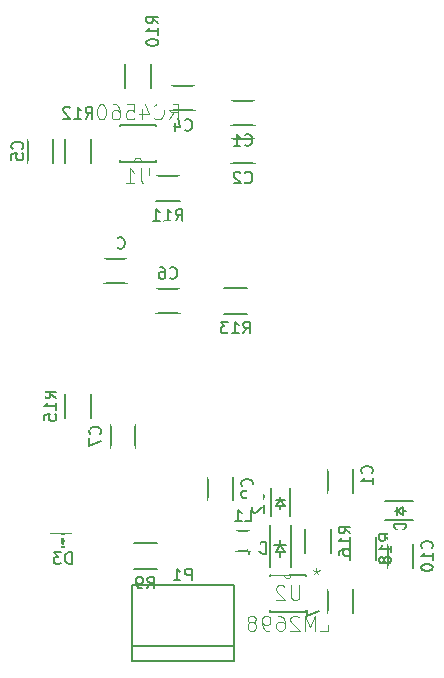
<source format=gbr>
G04 #@! TF.FileFunction,Legend,Bot*
%FSLAX46Y46*%
G04 Gerber Fmt 4.6, Leading zero omitted, Abs format (unit mm)*
G04 Created by KiCad (PCBNEW 4.0.1-stable) date Tuesday, February 09, 2016 'PMt' 03:50:34 PM*
%MOMM*%
G01*
G04 APERTURE LIST*
%ADD10C,0.100000*%
%ADD11C,0.150000*%
%ADD12C,0.152400*%
%ADD13C,0.076200*%
%ADD14R,1.600000X2.600000*%
%ADD15R,1.400000X2.000000*%
%ADD16R,2.000000X1.400000*%
%ADD17R,0.990000X0.850000*%
%ADD18R,0.850000X0.990000*%
%ADD19R,1.197560X1.197560*%
%ADD20R,1.620000X1.310000*%
%ADD21R,1.100000X1.700000*%
%ADD22R,0.800000X1.750000*%
%ADD23O,1.650000X1.350000*%
%ADD24O,1.400000X1.950000*%
%ADD25R,1.300000X2.100000*%
%ADD26R,2.100000X1.300000*%
%ADD27C,1.900000*%
%ADD28C,1.700000*%
%ADD29R,1.400000X1.900000*%
%ADD30R,1.900000X1.400000*%
%ADD31R,1.771600X0.857200*%
G04 APERTURE END LIST*
D10*
D11*
X71485000Y-74050000D02*
X69485000Y-74050000D01*
X69485000Y-72000000D02*
X71485000Y-72000000D01*
X71485000Y-77225000D02*
X69485000Y-77225000D01*
X69485000Y-75175000D02*
X71485000Y-75175000D01*
X58690000Y-85335000D02*
X60690000Y-85335000D01*
X60690000Y-87385000D02*
X58690000Y-87385000D01*
X66405000Y-72780000D02*
X64405000Y-72780000D01*
X64405000Y-70730000D02*
X66405000Y-70730000D01*
X54365000Y-75200000D02*
X54365000Y-77200000D01*
X52315000Y-77200000D02*
X52315000Y-75200000D01*
X63135000Y-87875000D02*
X65135000Y-87875000D01*
X65135000Y-89925000D02*
X63135000Y-89925000D01*
X59300000Y-101330000D02*
X59300000Y-99330000D01*
X61350000Y-99330000D02*
X61350000Y-101330000D01*
X69605000Y-103775000D02*
X69605000Y-105775000D01*
X67555000Y-105775000D02*
X67555000Y-103775000D01*
X84845000Y-109490000D02*
X84845000Y-111490000D01*
X82795000Y-111490000D02*
X82795000Y-109490000D01*
X79765000Y-103140000D02*
X79765000Y-105140000D01*
X77715000Y-105140000D02*
X77715000Y-103140000D01*
X84070000Y-106680000D02*
X84320000Y-106680000D01*
X83570000Y-106680000D02*
X83320000Y-106680000D01*
X83570000Y-106680000D02*
X84070000Y-107030000D01*
X84070000Y-107030000D02*
X84070000Y-106330000D01*
X84070000Y-106330000D02*
X83570000Y-106680000D01*
X83570000Y-107030000D02*
X83570000Y-106330000D01*
X82520000Y-105880000D02*
X84920000Y-105880000D01*
X82520000Y-107480000D02*
X84920000Y-107480000D01*
X73660000Y-106295000D02*
X73660000Y-106545000D01*
X73660000Y-105795000D02*
X73660000Y-105545000D01*
X73660000Y-105795000D02*
X73310000Y-106295000D01*
X73310000Y-106295000D02*
X74010000Y-106295000D01*
X74010000Y-106295000D02*
X73660000Y-105795000D01*
X73310000Y-105795000D02*
X74010000Y-105795000D01*
X74460000Y-104745000D02*
X74460000Y-107145000D01*
X72860000Y-104745000D02*
X72860000Y-107145000D01*
X54145000Y-108670000D02*
X56045000Y-108670000D01*
X54145000Y-109770000D02*
X56045000Y-109770000D01*
X55045000Y-109220000D02*
X55495000Y-109220000D01*
X54995000Y-109470000D02*
X54995000Y-108970000D01*
X54995000Y-109220000D02*
X55245000Y-109470000D01*
X55245000Y-109470000D02*
X55245000Y-108970000D01*
X55245000Y-108970000D02*
X54995000Y-109220000D01*
X73660000Y-110172500D02*
X73660000Y-110553500D01*
X73660000Y-109156500D02*
X73660000Y-109537500D01*
X73660000Y-109537500D02*
X73279000Y-110172500D01*
X73279000Y-110172500D02*
X74041000Y-110172500D01*
X74041000Y-110172500D02*
X73660000Y-109537500D01*
X73152000Y-109537500D02*
X74168000Y-109537500D01*
X74560000Y-107855000D02*
X74560000Y-111395000D01*
X72760000Y-107855000D02*
X72760000Y-111395000D01*
X69885000Y-110095000D02*
X71085000Y-110095000D01*
X71085000Y-108345000D02*
X69885000Y-108345000D01*
X69755900Y-119387460D02*
X61055900Y-119387460D01*
X69755900Y-112982460D02*
X61055900Y-112982460D01*
X61055900Y-112982460D02*
X61055900Y-119387460D01*
X61055900Y-118157460D02*
X69755900Y-118157460D01*
X69755900Y-119387460D02*
X69755900Y-112982460D01*
X63230000Y-109415000D02*
X61230000Y-109415000D01*
X61230000Y-111565000D02*
X63230000Y-111565000D01*
X62670000Y-70850000D02*
X62670000Y-68850000D01*
X60520000Y-68850000D02*
X60520000Y-70850000D01*
X65135000Y-78300000D02*
X63135000Y-78300000D01*
X63135000Y-80450000D02*
X65135000Y-80450000D01*
X57590000Y-77200000D02*
X57590000Y-75200000D01*
X55440000Y-75200000D02*
X55440000Y-77200000D01*
X70850000Y-87825000D02*
X68850000Y-87825000D01*
X68850000Y-89975000D02*
X70850000Y-89975000D01*
X57590000Y-98790000D02*
X57590000Y-96790000D01*
X55440000Y-96790000D02*
X55440000Y-98790000D01*
X75760000Y-108220000D02*
X75760000Y-110220000D01*
X77910000Y-110220000D02*
X77910000Y-108220000D01*
X79815000Y-115300000D02*
X79815000Y-113300000D01*
X77665000Y-113300000D02*
X77665000Y-115300000D01*
X81720000Y-110855000D02*
X81720000Y-108855000D01*
X79570000Y-108855000D02*
X79570000Y-110855000D01*
D12*
X60045600Y-74015600D02*
X63144400Y-74015600D01*
X63144400Y-77114400D02*
X61899800Y-77114400D01*
X61899800Y-77114400D02*
X61290200Y-77114400D01*
X61290200Y-77114400D02*
X60045600Y-77114400D01*
X60045600Y-76733400D02*
X59055000Y-76733400D01*
X59055000Y-76733400D02*
X59055000Y-76327000D01*
X59055000Y-76327000D02*
X60045600Y-76327000D01*
X60045600Y-76098400D02*
X59055000Y-76098400D01*
X59055000Y-76098400D02*
X59055000Y-75692000D01*
X59055000Y-75692000D02*
X60045600Y-75692000D01*
X60045600Y-75438000D02*
X59055000Y-75438000D01*
X59055000Y-75438000D02*
X59055000Y-75031600D01*
X59055000Y-75031600D02*
X60045600Y-75031600D01*
X60045600Y-74803000D02*
X59055000Y-74803000D01*
X59055000Y-74803000D02*
X59080400Y-74396600D01*
X59080400Y-74396600D02*
X60045600Y-74396600D01*
X63144400Y-74803000D02*
X63144400Y-74396600D01*
X63144400Y-74396600D02*
X64135000Y-74396600D01*
X64135000Y-74396600D02*
X64135000Y-74803000D01*
X64135000Y-74803000D02*
X63144400Y-74803000D01*
X63144400Y-75438000D02*
X63144400Y-75031600D01*
X63144400Y-75031600D02*
X64135000Y-75031600D01*
X64135000Y-75031600D02*
X64135000Y-75438000D01*
X64135000Y-75438000D02*
X63144400Y-75438000D01*
X63144400Y-75692000D02*
X64135000Y-75692000D01*
X64135000Y-75692000D02*
X64135000Y-76098400D01*
X64135000Y-76098400D02*
X63144400Y-76098400D01*
X63144400Y-76327000D02*
X64135000Y-76327000D01*
X64135000Y-76327000D02*
X64135000Y-76733400D01*
X64135000Y-76733400D02*
X63144400Y-76733400D01*
X60045600Y-77114400D02*
X60045600Y-74015600D01*
X60045600Y-74015600D02*
X63144400Y-74015600D01*
X63144400Y-74015600D02*
X63144400Y-77114400D01*
X63144400Y-77114400D02*
X61899800Y-77114400D01*
X61899800Y-77114400D02*
X61290200Y-77114400D01*
X61290200Y-77114400D02*
X60045600Y-77114400D01*
D10*
X61290200Y-77114400D02*
G75*
G02X61899800Y-77114400I304800J0D01*
G01*
D12*
X75844400Y-115214400D02*
X72745600Y-115214400D01*
X72745600Y-112115600D02*
X73990200Y-112115600D01*
X73990200Y-112115600D02*
X74599800Y-112115600D01*
X74599800Y-112115600D02*
X75844400Y-112115600D01*
X75844400Y-112496600D02*
X76835000Y-112496600D01*
X76835000Y-112496600D02*
X76835000Y-112903000D01*
X76835000Y-112903000D02*
X75844400Y-112903000D01*
X75844400Y-113131600D02*
X76835000Y-113131600D01*
X76835000Y-113131600D02*
X76835000Y-113538000D01*
X76835000Y-113538000D02*
X75844400Y-113538000D01*
X75844400Y-113792000D02*
X76835000Y-113792000D01*
X76835000Y-113792000D02*
X76835000Y-114198400D01*
X76835000Y-114198400D02*
X75844400Y-114198400D01*
X75844400Y-114427000D02*
X76835000Y-114427000D01*
X76835000Y-114427000D02*
X76809600Y-114833400D01*
X76809600Y-114833400D02*
X75844400Y-114833400D01*
X72745600Y-114427000D02*
X72745600Y-114833400D01*
X72745600Y-114833400D02*
X71755000Y-114833400D01*
X71755000Y-114833400D02*
X71755000Y-114427000D01*
X71755000Y-114427000D02*
X72745600Y-114427000D01*
X72745600Y-113792000D02*
X72745600Y-114198400D01*
X72745600Y-114198400D02*
X71755000Y-114198400D01*
X71755000Y-114198400D02*
X71755000Y-113792000D01*
X71755000Y-113792000D02*
X72745600Y-113792000D01*
X72745600Y-113538000D02*
X71755000Y-113538000D01*
X71755000Y-113538000D02*
X71755000Y-113131600D01*
X71755000Y-113131600D02*
X72745600Y-113131600D01*
X72745600Y-112903000D02*
X71755000Y-112903000D01*
X71755000Y-112903000D02*
X71755000Y-112496600D01*
X71755000Y-112496600D02*
X72745600Y-112496600D01*
X75844400Y-112115600D02*
X75844400Y-115214400D01*
X75844400Y-115214400D02*
X72745600Y-115214400D01*
X72745600Y-115214400D02*
X72745600Y-112115600D01*
X72745600Y-112115600D02*
X73990200Y-112115600D01*
X73990200Y-112115600D02*
X74599800Y-112115600D01*
X74599800Y-112115600D02*
X75844400Y-112115600D01*
D10*
X74599800Y-112115600D02*
G75*
G02X73990200Y-112115600I-304800J0D01*
G01*
D11*
X70651666Y-75682143D02*
X70699285Y-75729762D01*
X70842142Y-75777381D01*
X70937380Y-75777381D01*
X71080238Y-75729762D01*
X71175476Y-75634524D01*
X71223095Y-75539286D01*
X71270714Y-75348810D01*
X71270714Y-75205952D01*
X71223095Y-75015476D01*
X71175476Y-74920238D01*
X71080238Y-74825000D01*
X70937380Y-74777381D01*
X70842142Y-74777381D01*
X70699285Y-74825000D01*
X70651666Y-74872619D01*
X69699285Y-75777381D02*
X70270714Y-75777381D01*
X69985000Y-75777381D02*
X69985000Y-74777381D01*
X70080238Y-74920238D01*
X70175476Y-75015476D01*
X70270714Y-75063095D01*
X70651666Y-78857143D02*
X70699285Y-78904762D01*
X70842142Y-78952381D01*
X70937380Y-78952381D01*
X71080238Y-78904762D01*
X71175476Y-78809524D01*
X71223095Y-78714286D01*
X71270714Y-78523810D01*
X71270714Y-78380952D01*
X71223095Y-78190476D01*
X71175476Y-78095238D01*
X71080238Y-78000000D01*
X70937380Y-77952381D01*
X70842142Y-77952381D01*
X70699285Y-78000000D01*
X70651666Y-78047619D01*
X70270714Y-78047619D02*
X70223095Y-78000000D01*
X70127857Y-77952381D01*
X69889761Y-77952381D01*
X69794523Y-78000000D01*
X69746904Y-78047619D01*
X69699285Y-78142857D01*
X69699285Y-78238095D01*
X69746904Y-78380952D01*
X70318333Y-78952381D01*
X69699285Y-78952381D01*
X59856666Y-84417143D02*
X59904285Y-84464762D01*
X60047142Y-84512381D01*
X60142380Y-84512381D01*
X60285238Y-84464762D01*
X60380476Y-84369524D01*
X60428095Y-84274286D01*
X60475714Y-84083810D01*
X60475714Y-83940952D01*
X60428095Y-83750476D01*
X60380476Y-83655238D01*
X60285238Y-83560000D01*
X60142380Y-83512381D01*
X60047142Y-83512381D01*
X59904285Y-83560000D01*
X59856666Y-83607619D01*
X59523333Y-83512381D02*
X58904285Y-83512381D01*
X59237619Y-83893333D01*
X59094761Y-83893333D01*
X58999523Y-83940952D01*
X58951904Y-83988571D01*
X58904285Y-84083810D01*
X58904285Y-84321905D01*
X58951904Y-84417143D01*
X58999523Y-84464762D01*
X59094761Y-84512381D01*
X59380476Y-84512381D01*
X59475714Y-84464762D01*
X59523333Y-84417143D01*
X65571666Y-74412143D02*
X65619285Y-74459762D01*
X65762142Y-74507381D01*
X65857380Y-74507381D01*
X66000238Y-74459762D01*
X66095476Y-74364524D01*
X66143095Y-74269286D01*
X66190714Y-74078810D01*
X66190714Y-73935952D01*
X66143095Y-73745476D01*
X66095476Y-73650238D01*
X66000238Y-73555000D01*
X65857380Y-73507381D01*
X65762142Y-73507381D01*
X65619285Y-73555000D01*
X65571666Y-73602619D01*
X64714523Y-73840714D02*
X64714523Y-74507381D01*
X64952619Y-73459762D02*
X65190714Y-74174048D01*
X64571666Y-74174048D01*
X51792143Y-76033334D02*
X51839762Y-75985715D01*
X51887381Y-75842858D01*
X51887381Y-75747620D01*
X51839762Y-75604762D01*
X51744524Y-75509524D01*
X51649286Y-75461905D01*
X51458810Y-75414286D01*
X51315952Y-75414286D01*
X51125476Y-75461905D01*
X51030238Y-75509524D01*
X50935000Y-75604762D01*
X50887381Y-75747620D01*
X50887381Y-75842858D01*
X50935000Y-75985715D01*
X50982619Y-76033334D01*
X50887381Y-76938096D02*
X50887381Y-76461905D01*
X51363571Y-76414286D01*
X51315952Y-76461905D01*
X51268333Y-76557143D01*
X51268333Y-76795239D01*
X51315952Y-76890477D01*
X51363571Y-76938096D01*
X51458810Y-76985715D01*
X51696905Y-76985715D01*
X51792143Y-76938096D01*
X51839762Y-76890477D01*
X51887381Y-76795239D01*
X51887381Y-76557143D01*
X51839762Y-76461905D01*
X51792143Y-76414286D01*
X64301666Y-86957143D02*
X64349285Y-87004762D01*
X64492142Y-87052381D01*
X64587380Y-87052381D01*
X64730238Y-87004762D01*
X64825476Y-86909524D01*
X64873095Y-86814286D01*
X64920714Y-86623810D01*
X64920714Y-86480952D01*
X64873095Y-86290476D01*
X64825476Y-86195238D01*
X64730238Y-86100000D01*
X64587380Y-86052381D01*
X64492142Y-86052381D01*
X64349285Y-86100000D01*
X64301666Y-86147619D01*
X63444523Y-86052381D02*
X63635000Y-86052381D01*
X63730238Y-86100000D01*
X63777857Y-86147619D01*
X63873095Y-86290476D01*
X63920714Y-86480952D01*
X63920714Y-86861905D01*
X63873095Y-86957143D01*
X63825476Y-87004762D01*
X63730238Y-87052381D01*
X63539761Y-87052381D01*
X63444523Y-87004762D01*
X63396904Y-86957143D01*
X63349285Y-86861905D01*
X63349285Y-86623810D01*
X63396904Y-86528571D01*
X63444523Y-86480952D01*
X63539761Y-86433333D01*
X63730238Y-86433333D01*
X63825476Y-86480952D01*
X63873095Y-86528571D01*
X63920714Y-86623810D01*
X58382143Y-100163334D02*
X58429762Y-100115715D01*
X58477381Y-99972858D01*
X58477381Y-99877620D01*
X58429762Y-99734762D01*
X58334524Y-99639524D01*
X58239286Y-99591905D01*
X58048810Y-99544286D01*
X57905952Y-99544286D01*
X57715476Y-99591905D01*
X57620238Y-99639524D01*
X57525000Y-99734762D01*
X57477381Y-99877620D01*
X57477381Y-99972858D01*
X57525000Y-100115715D01*
X57572619Y-100163334D01*
X57477381Y-100496667D02*
X57477381Y-101163334D01*
X58477381Y-100734762D01*
X71237143Y-104608334D02*
X71284762Y-104560715D01*
X71332381Y-104417858D01*
X71332381Y-104322620D01*
X71284762Y-104179762D01*
X71189524Y-104084524D01*
X71094286Y-104036905D01*
X70903810Y-103989286D01*
X70760952Y-103989286D01*
X70570476Y-104036905D01*
X70475238Y-104084524D01*
X70380000Y-104179762D01*
X70332381Y-104322620D01*
X70332381Y-104417858D01*
X70380000Y-104560715D01*
X70427619Y-104608334D01*
X71332381Y-105084524D02*
X71332381Y-105275000D01*
X71284762Y-105370239D01*
X71237143Y-105417858D01*
X71094286Y-105513096D01*
X70903810Y-105560715D01*
X70522857Y-105560715D01*
X70427619Y-105513096D01*
X70380000Y-105465477D01*
X70332381Y-105370239D01*
X70332381Y-105179762D01*
X70380000Y-105084524D01*
X70427619Y-105036905D01*
X70522857Y-104989286D01*
X70760952Y-104989286D01*
X70856190Y-105036905D01*
X70903810Y-105084524D01*
X70951429Y-105179762D01*
X70951429Y-105370239D01*
X70903810Y-105465477D01*
X70856190Y-105513096D01*
X70760952Y-105560715D01*
X86477143Y-109847143D02*
X86524762Y-109799524D01*
X86572381Y-109656667D01*
X86572381Y-109561429D01*
X86524762Y-109418571D01*
X86429524Y-109323333D01*
X86334286Y-109275714D01*
X86143810Y-109228095D01*
X86000952Y-109228095D01*
X85810476Y-109275714D01*
X85715238Y-109323333D01*
X85620000Y-109418571D01*
X85572381Y-109561429D01*
X85572381Y-109656667D01*
X85620000Y-109799524D01*
X85667619Y-109847143D01*
X86572381Y-110799524D02*
X86572381Y-110228095D01*
X86572381Y-110513809D02*
X85572381Y-110513809D01*
X85715238Y-110418571D01*
X85810476Y-110323333D01*
X85858095Y-110228095D01*
X85572381Y-111418571D02*
X85572381Y-111513810D01*
X85620000Y-111609048D01*
X85667619Y-111656667D01*
X85762857Y-111704286D01*
X85953333Y-111751905D01*
X86191429Y-111751905D01*
X86381905Y-111704286D01*
X86477143Y-111656667D01*
X86524762Y-111609048D01*
X86572381Y-111513810D01*
X86572381Y-111418571D01*
X86524762Y-111323333D01*
X86477143Y-111275714D01*
X86381905Y-111228095D01*
X86191429Y-111180476D01*
X85953333Y-111180476D01*
X85762857Y-111228095D01*
X85667619Y-111275714D01*
X85620000Y-111323333D01*
X85572381Y-111418571D01*
X81397143Y-103497143D02*
X81444762Y-103449524D01*
X81492381Y-103306667D01*
X81492381Y-103211429D01*
X81444762Y-103068571D01*
X81349524Y-102973333D01*
X81254286Y-102925714D01*
X81063810Y-102878095D01*
X80920952Y-102878095D01*
X80730476Y-102925714D01*
X80635238Y-102973333D01*
X80540000Y-103068571D01*
X80492381Y-103211429D01*
X80492381Y-103306667D01*
X80540000Y-103449524D01*
X80587619Y-103497143D01*
X81492381Y-104449524D02*
X81492381Y-103878095D01*
X81492381Y-104163809D02*
X80492381Y-104163809D01*
X80635238Y-104068571D01*
X80730476Y-103973333D01*
X80778095Y-103878095D01*
X81492381Y-105401905D02*
X81492381Y-104830476D01*
X81492381Y-105116190D02*
X80492381Y-105116190D01*
X80635238Y-105020952D01*
X80730476Y-104925714D01*
X80778095Y-104830476D01*
X84272381Y-107791905D02*
X83272381Y-107791905D01*
X83272381Y-108030000D01*
X83320000Y-108172858D01*
X83415238Y-108268096D01*
X83510476Y-108315715D01*
X83700952Y-108363334D01*
X83843810Y-108363334D01*
X84034286Y-108315715D01*
X84129524Y-108268096D01*
X84224762Y-108172858D01*
X84272381Y-108030000D01*
X84272381Y-107791905D01*
X84272381Y-109315715D02*
X84272381Y-108744286D01*
X84272381Y-109030000D02*
X83272381Y-109030000D01*
X83415238Y-108934762D01*
X83510476Y-108839524D01*
X83558095Y-108744286D01*
X72262381Y-105306905D02*
X71262381Y-105306905D01*
X71262381Y-105545000D01*
X71310000Y-105687858D01*
X71405238Y-105783096D01*
X71500476Y-105830715D01*
X71690952Y-105878334D01*
X71833810Y-105878334D01*
X72024286Y-105830715D01*
X72119524Y-105783096D01*
X72214762Y-105687858D01*
X72262381Y-105545000D01*
X72262381Y-105306905D01*
X71357619Y-106259286D02*
X71310000Y-106306905D01*
X71262381Y-106402143D01*
X71262381Y-106640239D01*
X71310000Y-106735477D01*
X71357619Y-106783096D01*
X71452857Y-106830715D01*
X71548095Y-106830715D01*
X71690952Y-106783096D01*
X72262381Y-106211667D01*
X72262381Y-106830715D01*
X55983095Y-111172381D02*
X55983095Y-110172381D01*
X55745000Y-110172381D01*
X55602142Y-110220000D01*
X55506904Y-110315238D01*
X55459285Y-110410476D01*
X55411666Y-110600952D01*
X55411666Y-110743810D01*
X55459285Y-110934286D01*
X55506904Y-111029524D01*
X55602142Y-111124762D01*
X55745000Y-111172381D01*
X55983095Y-111172381D01*
X55078333Y-110172381D02*
X54459285Y-110172381D01*
X54792619Y-110553333D01*
X54649761Y-110553333D01*
X54554523Y-110600952D01*
X54506904Y-110648571D01*
X54459285Y-110743810D01*
X54459285Y-110981905D01*
X54506904Y-111077143D01*
X54554523Y-111124762D01*
X54649761Y-111172381D01*
X54935476Y-111172381D01*
X55030714Y-111124762D01*
X55078333Y-111077143D01*
X72398095Y-110307381D02*
X72398095Y-109307381D01*
X72160000Y-109307381D01*
X72017142Y-109355000D01*
X71921904Y-109450238D01*
X71874285Y-109545476D01*
X71826666Y-109735952D01*
X71826666Y-109878810D01*
X71874285Y-110069286D01*
X71921904Y-110164524D01*
X72017142Y-110259762D01*
X72160000Y-110307381D01*
X72398095Y-110307381D01*
X70969523Y-109640714D02*
X70969523Y-110307381D01*
X71207619Y-109259762D02*
X71445714Y-109974048D01*
X70826666Y-109974048D01*
X70651666Y-107572381D02*
X71127857Y-107572381D01*
X71127857Y-106572381D01*
X69794523Y-107572381D02*
X70365952Y-107572381D01*
X70080238Y-107572381D02*
X70080238Y-106572381D01*
X70175476Y-106715238D01*
X70270714Y-106810476D01*
X70365952Y-106858095D01*
X66143095Y-112572381D02*
X66143095Y-111572381D01*
X65762142Y-111572381D01*
X65666904Y-111620000D01*
X65619285Y-111667619D01*
X65571666Y-111762857D01*
X65571666Y-111905714D01*
X65619285Y-112000952D01*
X65666904Y-112048571D01*
X65762142Y-112096190D01*
X66143095Y-112096190D01*
X64619285Y-112572381D02*
X65190714Y-112572381D01*
X64905000Y-112572381D02*
X64905000Y-111572381D01*
X65000238Y-111715238D01*
X65095476Y-111810476D01*
X65190714Y-111858095D01*
X62396666Y-113242381D02*
X62730000Y-112766190D01*
X62968095Y-113242381D02*
X62968095Y-112242381D01*
X62587142Y-112242381D01*
X62491904Y-112290000D01*
X62444285Y-112337619D01*
X62396666Y-112432857D01*
X62396666Y-112575714D01*
X62444285Y-112670952D01*
X62491904Y-112718571D01*
X62587142Y-112766190D01*
X62968095Y-112766190D01*
X61920476Y-113242381D02*
X61730000Y-113242381D01*
X61634761Y-113194762D01*
X61587142Y-113147143D01*
X61491904Y-113004286D01*
X61444285Y-112813810D01*
X61444285Y-112432857D01*
X61491904Y-112337619D01*
X61539523Y-112290000D01*
X61634761Y-112242381D01*
X61825238Y-112242381D01*
X61920476Y-112290000D01*
X61968095Y-112337619D01*
X62015714Y-112432857D01*
X62015714Y-112670952D01*
X61968095Y-112766190D01*
X61920476Y-112813810D01*
X61825238Y-112861429D01*
X61634761Y-112861429D01*
X61539523Y-112813810D01*
X61491904Y-112766190D01*
X61444285Y-112670952D01*
X63317381Y-65397143D02*
X62841190Y-65063809D01*
X63317381Y-64825714D02*
X62317381Y-64825714D01*
X62317381Y-65206667D01*
X62365000Y-65301905D01*
X62412619Y-65349524D01*
X62507857Y-65397143D01*
X62650714Y-65397143D01*
X62745952Y-65349524D01*
X62793571Y-65301905D01*
X62841190Y-65206667D01*
X62841190Y-64825714D01*
X63317381Y-66349524D02*
X63317381Y-65778095D01*
X63317381Y-66063809D02*
X62317381Y-66063809D01*
X62460238Y-65968571D01*
X62555476Y-65873333D01*
X62603095Y-65778095D01*
X62317381Y-66968571D02*
X62317381Y-67063810D01*
X62365000Y-67159048D01*
X62412619Y-67206667D01*
X62507857Y-67254286D01*
X62698333Y-67301905D01*
X62936429Y-67301905D01*
X63126905Y-67254286D01*
X63222143Y-67206667D01*
X63269762Y-67159048D01*
X63317381Y-67063810D01*
X63317381Y-66968571D01*
X63269762Y-66873333D01*
X63222143Y-66825714D01*
X63126905Y-66778095D01*
X62936429Y-66730476D01*
X62698333Y-66730476D01*
X62507857Y-66778095D01*
X62412619Y-66825714D01*
X62365000Y-66873333D01*
X62317381Y-66968571D01*
X64777857Y-82127381D02*
X65111191Y-81651190D01*
X65349286Y-82127381D02*
X65349286Y-81127381D01*
X64968333Y-81127381D01*
X64873095Y-81175000D01*
X64825476Y-81222619D01*
X64777857Y-81317857D01*
X64777857Y-81460714D01*
X64825476Y-81555952D01*
X64873095Y-81603571D01*
X64968333Y-81651190D01*
X65349286Y-81651190D01*
X63825476Y-82127381D02*
X64396905Y-82127381D01*
X64111191Y-82127381D02*
X64111191Y-81127381D01*
X64206429Y-81270238D01*
X64301667Y-81365476D01*
X64396905Y-81413095D01*
X62873095Y-82127381D02*
X63444524Y-82127381D01*
X63158810Y-82127381D02*
X63158810Y-81127381D01*
X63254048Y-81270238D01*
X63349286Y-81365476D01*
X63444524Y-81413095D01*
X57157857Y-73477381D02*
X57491191Y-73001190D01*
X57729286Y-73477381D02*
X57729286Y-72477381D01*
X57348333Y-72477381D01*
X57253095Y-72525000D01*
X57205476Y-72572619D01*
X57157857Y-72667857D01*
X57157857Y-72810714D01*
X57205476Y-72905952D01*
X57253095Y-72953571D01*
X57348333Y-73001190D01*
X57729286Y-73001190D01*
X56205476Y-73477381D02*
X56776905Y-73477381D01*
X56491191Y-73477381D02*
X56491191Y-72477381D01*
X56586429Y-72620238D01*
X56681667Y-72715476D01*
X56776905Y-72763095D01*
X55824524Y-72572619D02*
X55776905Y-72525000D01*
X55681667Y-72477381D01*
X55443571Y-72477381D01*
X55348333Y-72525000D01*
X55300714Y-72572619D01*
X55253095Y-72667857D01*
X55253095Y-72763095D01*
X55300714Y-72905952D01*
X55872143Y-73477381D01*
X55253095Y-73477381D01*
X70492857Y-91652381D02*
X70826191Y-91176190D01*
X71064286Y-91652381D02*
X71064286Y-90652381D01*
X70683333Y-90652381D01*
X70588095Y-90700000D01*
X70540476Y-90747619D01*
X70492857Y-90842857D01*
X70492857Y-90985714D01*
X70540476Y-91080952D01*
X70588095Y-91128571D01*
X70683333Y-91176190D01*
X71064286Y-91176190D01*
X69540476Y-91652381D02*
X70111905Y-91652381D01*
X69826191Y-91652381D02*
X69826191Y-90652381D01*
X69921429Y-90795238D01*
X70016667Y-90890476D01*
X70111905Y-90938095D01*
X69207143Y-90652381D02*
X68588095Y-90652381D01*
X68921429Y-91033333D01*
X68778571Y-91033333D01*
X68683333Y-91080952D01*
X68635714Y-91128571D01*
X68588095Y-91223810D01*
X68588095Y-91461905D01*
X68635714Y-91557143D01*
X68683333Y-91604762D01*
X68778571Y-91652381D01*
X69064286Y-91652381D01*
X69159524Y-91604762D01*
X69207143Y-91557143D01*
X54667381Y-97147143D02*
X54191190Y-96813809D01*
X54667381Y-96575714D02*
X53667381Y-96575714D01*
X53667381Y-96956667D01*
X53715000Y-97051905D01*
X53762619Y-97099524D01*
X53857857Y-97147143D01*
X54000714Y-97147143D01*
X54095952Y-97099524D01*
X54143571Y-97051905D01*
X54191190Y-96956667D01*
X54191190Y-96575714D01*
X54667381Y-98099524D02*
X54667381Y-97528095D01*
X54667381Y-97813809D02*
X53667381Y-97813809D01*
X53810238Y-97718571D01*
X53905476Y-97623333D01*
X53953095Y-97528095D01*
X53667381Y-99004286D02*
X53667381Y-98528095D01*
X54143571Y-98480476D01*
X54095952Y-98528095D01*
X54048333Y-98623333D01*
X54048333Y-98861429D01*
X54095952Y-98956667D01*
X54143571Y-99004286D01*
X54238810Y-99051905D01*
X54476905Y-99051905D01*
X54572143Y-99004286D01*
X54619762Y-98956667D01*
X54667381Y-98861429D01*
X54667381Y-98623333D01*
X54619762Y-98528095D01*
X54572143Y-98480476D01*
X79587381Y-108577143D02*
X79111190Y-108243809D01*
X79587381Y-108005714D02*
X78587381Y-108005714D01*
X78587381Y-108386667D01*
X78635000Y-108481905D01*
X78682619Y-108529524D01*
X78777857Y-108577143D01*
X78920714Y-108577143D01*
X79015952Y-108529524D01*
X79063571Y-108481905D01*
X79111190Y-108386667D01*
X79111190Y-108005714D01*
X79587381Y-109529524D02*
X79587381Y-108958095D01*
X79587381Y-109243809D02*
X78587381Y-109243809D01*
X78730238Y-109148571D01*
X78825476Y-109053333D01*
X78873095Y-108958095D01*
X78587381Y-110386667D02*
X78587381Y-110196190D01*
X78635000Y-110100952D01*
X78682619Y-110053333D01*
X78825476Y-109958095D01*
X79015952Y-109910476D01*
X79396905Y-109910476D01*
X79492143Y-109958095D01*
X79539762Y-110005714D01*
X79587381Y-110100952D01*
X79587381Y-110291429D01*
X79539762Y-110386667D01*
X79492143Y-110434286D01*
X79396905Y-110481905D01*
X79158810Y-110481905D01*
X79063571Y-110434286D01*
X79015952Y-110386667D01*
X78968333Y-110291429D01*
X78968333Y-110100952D01*
X79015952Y-110005714D01*
X79063571Y-109958095D01*
X79158810Y-109910476D01*
X76892381Y-113657143D02*
X76416190Y-113323809D01*
X76892381Y-113085714D02*
X75892381Y-113085714D01*
X75892381Y-113466667D01*
X75940000Y-113561905D01*
X75987619Y-113609524D01*
X76082857Y-113657143D01*
X76225714Y-113657143D01*
X76320952Y-113609524D01*
X76368571Y-113561905D01*
X76416190Y-113466667D01*
X76416190Y-113085714D01*
X76892381Y-114609524D02*
X76892381Y-114038095D01*
X76892381Y-114323809D02*
X75892381Y-114323809D01*
X76035238Y-114228571D01*
X76130476Y-114133333D01*
X76178095Y-114038095D01*
X75892381Y-114942857D02*
X75892381Y-115609524D01*
X76892381Y-115180952D01*
X83002381Y-109212143D02*
X82526190Y-108878809D01*
X83002381Y-108640714D02*
X82002381Y-108640714D01*
X82002381Y-109021667D01*
X82050000Y-109116905D01*
X82097619Y-109164524D01*
X82192857Y-109212143D01*
X82335714Y-109212143D01*
X82430952Y-109164524D01*
X82478571Y-109116905D01*
X82526190Y-109021667D01*
X82526190Y-108640714D01*
X83002381Y-110164524D02*
X83002381Y-109593095D01*
X83002381Y-109878809D02*
X82002381Y-109878809D01*
X82145238Y-109783571D01*
X82240476Y-109688333D01*
X82288095Y-109593095D01*
X82430952Y-110735952D02*
X82383333Y-110640714D01*
X82335714Y-110593095D01*
X82240476Y-110545476D01*
X82192857Y-110545476D01*
X82097619Y-110593095D01*
X82050000Y-110640714D01*
X82002381Y-110735952D01*
X82002381Y-110926429D01*
X82050000Y-111021667D01*
X82097619Y-111069286D01*
X82192857Y-111116905D01*
X82240476Y-111116905D01*
X82335714Y-111069286D01*
X82383333Y-111021667D01*
X82430952Y-110926429D01*
X82430952Y-110735952D01*
X82478571Y-110640714D01*
X82526190Y-110593095D01*
X82621429Y-110545476D01*
X82811905Y-110545476D01*
X82907143Y-110593095D01*
X82954762Y-110640714D01*
X83002381Y-110735952D01*
X83002381Y-110926429D01*
X82954762Y-111021667D01*
X82907143Y-111069286D01*
X82811905Y-111116905D01*
X82621429Y-111116905D01*
X82526190Y-111069286D01*
X82478571Y-111021667D01*
X82430952Y-110926429D01*
D13*
X62562619Y-77669524D02*
X62562619Y-78697619D01*
X62502143Y-78818571D01*
X62441667Y-78879048D01*
X62320714Y-78939524D01*
X62078810Y-78939524D01*
X61957857Y-78879048D01*
X61897381Y-78818571D01*
X61836905Y-78697619D01*
X61836905Y-77669524D01*
X60566905Y-78939524D02*
X61292619Y-78939524D01*
X60929762Y-78939524D02*
X60929762Y-77669524D01*
X61050714Y-77850952D01*
X61171667Y-77971905D01*
X61292619Y-78032381D01*
X64255953Y-73539524D02*
X64679286Y-72934762D01*
X64981667Y-73539524D02*
X64981667Y-72269524D01*
X64497858Y-72269524D01*
X64376905Y-72330000D01*
X64316429Y-72390476D01*
X64255953Y-72511429D01*
X64255953Y-72692857D01*
X64316429Y-72813810D01*
X64376905Y-72874286D01*
X64497858Y-72934762D01*
X64981667Y-72934762D01*
X62985953Y-73418571D02*
X63046429Y-73479048D01*
X63227858Y-73539524D01*
X63348810Y-73539524D01*
X63530238Y-73479048D01*
X63651191Y-73358095D01*
X63711667Y-73237143D01*
X63772143Y-72995238D01*
X63772143Y-72813810D01*
X63711667Y-72571905D01*
X63651191Y-72450952D01*
X63530238Y-72330000D01*
X63348810Y-72269524D01*
X63227858Y-72269524D01*
X63046429Y-72330000D01*
X62985953Y-72390476D01*
X61897381Y-72692857D02*
X61897381Y-73539524D01*
X62199762Y-72209048D02*
X62502143Y-73116190D01*
X61715953Y-73116190D01*
X60627381Y-72269524D02*
X61232143Y-72269524D01*
X61292619Y-72874286D01*
X61232143Y-72813810D01*
X61111191Y-72753333D01*
X60808810Y-72753333D01*
X60687857Y-72813810D01*
X60627381Y-72874286D01*
X60566905Y-72995238D01*
X60566905Y-73297619D01*
X60627381Y-73418571D01*
X60687857Y-73479048D01*
X60808810Y-73539524D01*
X61111191Y-73539524D01*
X61232143Y-73479048D01*
X61292619Y-73418571D01*
X59478333Y-72269524D02*
X59720238Y-72269524D01*
X59841190Y-72330000D01*
X59901667Y-72390476D01*
X60022619Y-72571905D01*
X60083095Y-72813810D01*
X60083095Y-73297619D01*
X60022619Y-73418571D01*
X59962143Y-73479048D01*
X59841190Y-73539524D01*
X59599286Y-73539524D01*
X59478333Y-73479048D01*
X59417857Y-73418571D01*
X59357381Y-73297619D01*
X59357381Y-72995238D01*
X59417857Y-72874286D01*
X59478333Y-72813810D01*
X59599286Y-72753333D01*
X59841190Y-72753333D01*
X59962143Y-72813810D01*
X60022619Y-72874286D01*
X60083095Y-72995238D01*
X58571190Y-72269524D02*
X58450238Y-72269524D01*
X58329286Y-72330000D01*
X58268809Y-72390476D01*
X58208333Y-72511429D01*
X58147857Y-72753333D01*
X58147857Y-73055714D01*
X58208333Y-73297619D01*
X58268809Y-73418571D01*
X58329286Y-73479048D01*
X58450238Y-73539524D01*
X58571190Y-73539524D01*
X58692143Y-73479048D01*
X58752619Y-73418571D01*
X58813095Y-73297619D01*
X58873571Y-73055714D01*
X58873571Y-72753333D01*
X58813095Y-72511429D01*
X58752619Y-72390476D01*
X58692143Y-72330000D01*
X58571190Y-72269524D01*
X59207399Y-76317324D02*
X59207399Y-76619705D01*
X59509780Y-76498752D02*
X59207399Y-76619705D01*
X58905019Y-76498752D01*
X59388828Y-76861610D02*
X59207399Y-76619705D01*
X59025971Y-76861610D01*
X75262619Y-112969524D02*
X75262619Y-113997619D01*
X75202143Y-114118571D01*
X75141667Y-114179048D01*
X75020714Y-114239524D01*
X74778810Y-114239524D01*
X74657857Y-114179048D01*
X74597381Y-114118571D01*
X74536905Y-113997619D01*
X74536905Y-112969524D01*
X73992619Y-113090476D02*
X73932143Y-113030000D01*
X73811191Y-112969524D01*
X73508810Y-112969524D01*
X73387857Y-113030000D01*
X73327381Y-113090476D01*
X73266905Y-113211429D01*
X73266905Y-113332381D01*
X73327381Y-113513810D01*
X74053095Y-114239524D01*
X73266905Y-114239524D01*
X77046667Y-116839524D02*
X77651429Y-116839524D01*
X77651429Y-115569524D01*
X76623334Y-116839524D02*
X76623334Y-115569524D01*
X76200001Y-116476667D01*
X75776667Y-115569524D01*
X75776667Y-116839524D01*
X75232381Y-115690476D02*
X75171905Y-115630000D01*
X75050953Y-115569524D01*
X74748572Y-115569524D01*
X74627619Y-115630000D01*
X74567143Y-115690476D01*
X74506667Y-115811429D01*
X74506667Y-115932381D01*
X74567143Y-116113810D01*
X75292857Y-116839524D01*
X74506667Y-116839524D01*
X73418095Y-115569524D02*
X73660000Y-115569524D01*
X73780952Y-115630000D01*
X73841429Y-115690476D01*
X73962381Y-115871905D01*
X74022857Y-116113810D01*
X74022857Y-116597619D01*
X73962381Y-116718571D01*
X73901905Y-116779048D01*
X73780952Y-116839524D01*
X73539048Y-116839524D01*
X73418095Y-116779048D01*
X73357619Y-116718571D01*
X73297143Y-116597619D01*
X73297143Y-116295238D01*
X73357619Y-116174286D01*
X73418095Y-116113810D01*
X73539048Y-116053333D01*
X73780952Y-116053333D01*
X73901905Y-116113810D01*
X73962381Y-116174286D01*
X74022857Y-116295238D01*
X72692381Y-116839524D02*
X72450476Y-116839524D01*
X72329524Y-116779048D01*
X72269048Y-116718571D01*
X72148095Y-116537143D01*
X72087619Y-116295238D01*
X72087619Y-115811429D01*
X72148095Y-115690476D01*
X72208571Y-115630000D01*
X72329524Y-115569524D01*
X72571428Y-115569524D01*
X72692381Y-115630000D01*
X72752857Y-115690476D01*
X72813333Y-115811429D01*
X72813333Y-116113810D01*
X72752857Y-116234762D01*
X72692381Y-116295238D01*
X72571428Y-116355714D01*
X72329524Y-116355714D01*
X72208571Y-116295238D01*
X72148095Y-116234762D01*
X72087619Y-116113810D01*
X71361904Y-116113810D02*
X71482857Y-116053333D01*
X71543333Y-115992857D01*
X71603809Y-115871905D01*
X71603809Y-115811429D01*
X71543333Y-115690476D01*
X71482857Y-115630000D01*
X71361904Y-115569524D01*
X71120000Y-115569524D01*
X70999047Y-115630000D01*
X70938571Y-115690476D01*
X70878095Y-115811429D01*
X70878095Y-115871905D01*
X70938571Y-115992857D01*
X70999047Y-116053333D01*
X71120000Y-116113810D01*
X71361904Y-116113810D01*
X71482857Y-116174286D01*
X71543333Y-116234762D01*
X71603809Y-116355714D01*
X71603809Y-116597619D01*
X71543333Y-116718571D01*
X71482857Y-116779048D01*
X71361904Y-116839524D01*
X71120000Y-116839524D01*
X70999047Y-116779048D01*
X70938571Y-116718571D01*
X70878095Y-116597619D01*
X70878095Y-116355714D01*
X70938571Y-116234762D01*
X70999047Y-116174286D01*
X71120000Y-116113810D01*
X76682599Y-111521724D02*
X76682599Y-111824105D01*
X76984980Y-111703152D02*
X76682599Y-111824105D01*
X76380219Y-111703152D01*
X76864028Y-112066010D02*
X76682599Y-111824105D01*
X76501171Y-112066010D01*
%LPC*%
D14*
X52955000Y-107580000D03*
X55355000Y-104680000D03*
X60855000Y-104680000D03*
X64555000Y-107580000D03*
X59055000Y-107580000D03*
X52955000Y-83450000D03*
X55355000Y-80550000D03*
X60855000Y-80550000D03*
X64555000Y-83450000D03*
X59055000Y-83450000D03*
D15*
X68985000Y-73025000D03*
X71985000Y-73025000D03*
X68985000Y-76200000D03*
X71985000Y-76200000D03*
X61190000Y-86360000D03*
X58190000Y-86360000D03*
X63905000Y-71755000D03*
X66905000Y-71755000D03*
D16*
X53340000Y-77700000D03*
X53340000Y-74700000D03*
D15*
X65635000Y-88900000D03*
X62635000Y-88900000D03*
D16*
X60325000Y-98830000D03*
X60325000Y-101830000D03*
X68580000Y-106275000D03*
X68580000Y-103275000D03*
X83820000Y-111990000D03*
X83820000Y-108990000D03*
X78740000Y-105640000D03*
X78740000Y-102640000D03*
X87630000Y-112220000D03*
D15*
X92330000Y-109220000D03*
D16*
X87630000Y-106220000D03*
D17*
X82765000Y-106680000D03*
X84875000Y-106680000D03*
D18*
X73660000Y-104990000D03*
X73660000Y-107100000D03*
D19*
X55994300Y-109220000D03*
X54495700Y-109220000D03*
D20*
X73660000Y-108220000D03*
X73660000Y-111490000D03*
D14*
X52955000Y-54240000D03*
X55355000Y-51340000D03*
X60855000Y-51340000D03*
X64555000Y-54240000D03*
X59055000Y-54240000D03*
X52955000Y-68210000D03*
X55355000Y-65310000D03*
X60855000Y-65310000D03*
X64555000Y-68210000D03*
X59055000Y-68210000D03*
X52955000Y-96150000D03*
X55355000Y-93250000D03*
X60855000Y-93250000D03*
X64555000Y-96150000D03*
X59055000Y-96150000D03*
D21*
X71435000Y-109220000D03*
X69535000Y-109220000D03*
D22*
X66705900Y-114007460D03*
X66055900Y-114007460D03*
X65405900Y-114007460D03*
X64755900Y-114007460D03*
X64105900Y-114007460D03*
D23*
X67905900Y-114007460D03*
X62905900Y-114007460D03*
D24*
X68905900Y-116707460D03*
X61905900Y-116707460D03*
D25*
X60780000Y-110490000D03*
X63680000Y-110490000D03*
D26*
X61595000Y-68400000D03*
X61595000Y-71300000D03*
D25*
X62685000Y-79375000D03*
X65585000Y-79375000D03*
D26*
X56515000Y-74750000D03*
X56515000Y-77650000D03*
D25*
X68400000Y-88900000D03*
X71300000Y-88900000D03*
D26*
X56515000Y-96340000D03*
X56515000Y-99240000D03*
X76835000Y-110670000D03*
X76835000Y-107770000D03*
X78740000Y-112850000D03*
X78740000Y-115750000D03*
X80645000Y-108405000D03*
X80645000Y-111305000D03*
D27*
X80010000Y-54610000D03*
X80010000Y-50860000D03*
X80010000Y-58360000D03*
X75010000Y-50860000D03*
X75010000Y-54610000D03*
X75010000Y-58360000D03*
X80010000Y-68580000D03*
X80010000Y-64830000D03*
X80010000Y-72330000D03*
X75010000Y-64830000D03*
X75010000Y-68580000D03*
X75010000Y-72330000D03*
X80010000Y-82550000D03*
X80010000Y-78800000D03*
X80010000Y-86300000D03*
X75010000Y-78800000D03*
X75010000Y-82550000D03*
X75010000Y-86300000D03*
X80010000Y-96520000D03*
X80010000Y-92770000D03*
X80010000Y-100270000D03*
X75010000Y-92770000D03*
X75010000Y-96520000D03*
X75010000Y-100270000D03*
D28*
X58420000Y-113030000D03*
X55880000Y-113030000D03*
X53340000Y-113030000D03*
X53340000Y-115570000D03*
X58420000Y-115570000D03*
D29*
X80890000Y-105410000D03*
X76200000Y-105410000D03*
X71510000Y-105410000D03*
D30*
X78740000Y-118110000D03*
X73660000Y-118110000D03*
D31*
X59413140Y-76530200D03*
X59413140Y-75895200D03*
X59413140Y-75234800D03*
X59413140Y-74599800D03*
X63776860Y-74599800D03*
X63776860Y-75234800D03*
X63776860Y-75895200D03*
X63776860Y-76530200D03*
X76476860Y-112699800D03*
X76476860Y-113334800D03*
X76476860Y-113995200D03*
X76476860Y-114630200D03*
X72113140Y-114630200D03*
X72113140Y-113995200D03*
X72113140Y-113334800D03*
X72113140Y-112699800D03*
M02*

</source>
